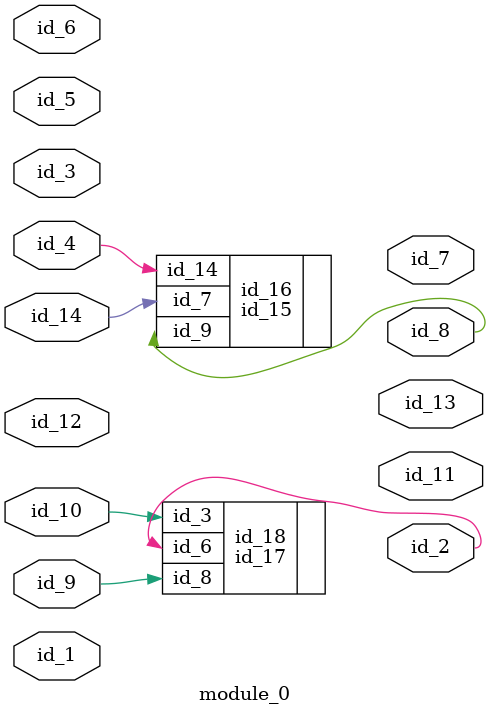
<source format=v>
module module_0 (
    id_1,
    id_2,
    id_3,
    id_4,
    id_5,
    id_6,
    id_7,
    id_8,
    id_9,
    id_10,
    id_11,
    id_12,
    id_13,
    id_14
);
  input id_14;
  output id_13;
  input id_12;
  output id_11;
  input id_10;
  input id_9;
  output id_8;
  output id_7;
  input id_6;
  input id_5;
  input id_4;
  input id_3;
  output id_2;
  input id_1;
  id_15 id_16 (
      .id_7 (id_14),
      .id_9 (id_8),
      .id_14(id_4)
  );
  id_17 id_18 (
      .id_8(id_9),
      .id_3(id_10[""]),
      .id_6(id_2)
  );
endmodule

</source>
